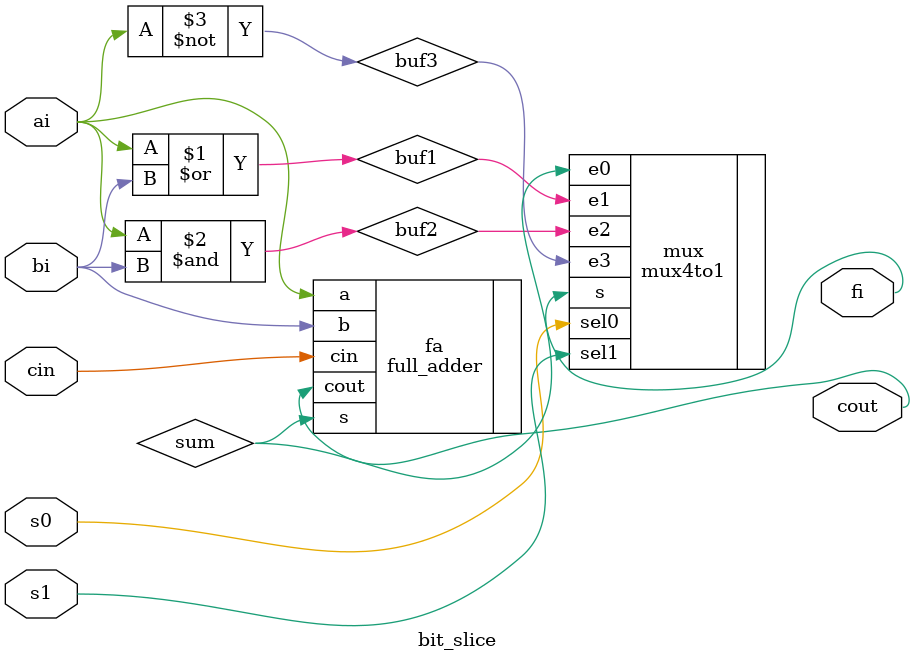
<source format=v>
module bit_slice(
input ai,
input bi,
input cin,
input s1,
input s0,
output cout,
output fi
);

wire sum, buf1, buf2, buf3;

or(buf1, ai, bi);
and(buf2, ai, bi);
not(buf3, ai);

full_adder fa(	.a(ai),
		.b(bi),
		.cin(cin),
		.cout(cout),
		.s(sum));

mux4to1 mux(	.e0(sum),
		.e1(buf1),
		.e2(buf2),
		.e3(buf3),
		.sel0(s0),
		.sel1(s1),
		.s(fi));

endmodule
</source>
